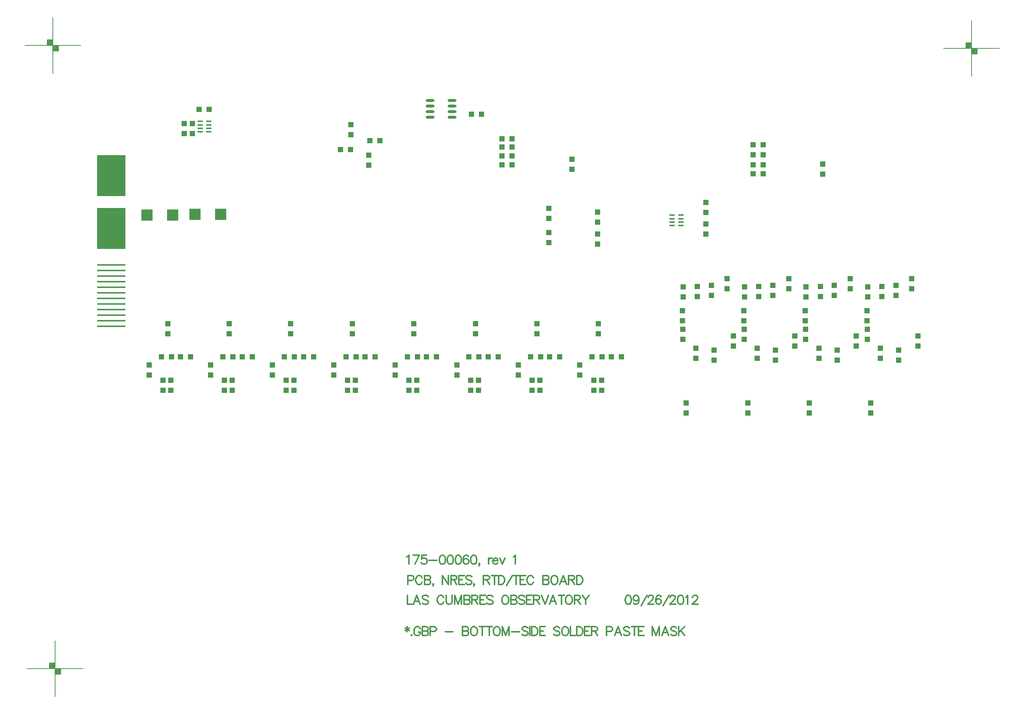
<source format=gbp>
%FSLAX23Y23*%
%MOIN*%
G70*
G01*
G75*
G04 Layer_Color=128*
%ADD10O,0.012X0.071*%
%ADD11O,0.071X0.012*%
%ADD12R,0.012X0.065*%
%ADD13R,0.217X0.120*%
%ADD14R,0.065X0.012*%
%ADD15O,0.098X0.028*%
%ADD16R,0.280X0.100*%
%ADD17R,0.036X0.036*%
%ADD18O,0.014X0.067*%
%ADD19R,0.264X0.383*%
%ADD20R,0.264X0.030*%
%ADD21R,0.039X0.059*%
%ADD22R,0.126X0.071*%
%ADD23R,0.100X0.100*%
%ADD24R,0.050X0.050*%
%ADD25R,0.050X0.050*%
%ADD26C,0.050*%
%ADD27C,0.010*%
%ADD28C,0.025*%
%ADD29C,0.012*%
%ADD30C,0.008*%
%ADD31C,0.012*%
%ADD32C,0.012*%
%ADD33C,0.060*%
%ADD34R,0.060X0.060*%
%ADD35C,0.024*%
%ADD36C,0.070*%
%ADD37C,0.115*%
%ADD38R,0.115X0.115*%
%ADD39C,0.080*%
%ADD40C,0.079*%
%ADD41R,0.079X0.079*%
%ADD42C,0.059*%
%ADD43R,0.059X0.059*%
%ADD44C,0.050*%
%ADD45C,0.020*%
%ADD46C,0.040*%
%ADD47C,0.100*%
G04:AMPARAMS|DCode=48|XSize=90mil|YSize=90mil|CornerRadius=0mil|HoleSize=0mil|Usage=FLASHONLY|Rotation=0.000|XOffset=0mil|YOffset=0mil|HoleType=Round|Shape=Relief|Width=10mil|Gap=10mil|Entries=4|*
%AMTHD48*
7,0,0,0.090,0.070,0.010,45*
%
%ADD48THD48*%
G04:AMPARAMS|DCode=49|XSize=100mil|YSize=100mil|CornerRadius=0mil|HoleSize=0mil|Usage=FLASHONLY|Rotation=0.000|XOffset=0mil|YOffset=0mil|HoleType=Round|Shape=Relief|Width=10mil|Gap=10mil|Entries=4|*
%AMTHD49*
7,0,0,0.100,0.080,0.010,45*
%
%ADD49THD49*%
G04:AMPARAMS|DCode=50|XSize=138mil|YSize=138mil|CornerRadius=0mil|HoleSize=0mil|Usage=FLASHONLY|Rotation=0.000|XOffset=0mil|YOffset=0mil|HoleType=Round|Shape=Relief|Width=10mil|Gap=10mil|Entries=4|*
%AMTHD50*
7,0,0,0.138,0.118,0.010,45*
%
%ADD50THD50*%
%ADD51C,0.118*%
G04:AMPARAMS|DCode=52|XSize=112mil|YSize=112mil|CornerRadius=0mil|HoleSize=0mil|Usage=FLASHONLY|Rotation=0.000|XOffset=0mil|YOffset=0mil|HoleType=Round|Shape=Relief|Width=10mil|Gap=10mil|Entries=4|*
%AMTHD52*
7,0,0,0.112,0.092,0.010,45*
%
%ADD52THD52*%
%ADD53C,0.079*%
%ADD54C,0.075*%
%ADD55C,0.087*%
G04:AMPARAMS|DCode=56|XSize=107.244mil|YSize=107.244mil|CornerRadius=0mil|HoleSize=0mil|Usage=FLASHONLY|Rotation=0.000|XOffset=0mil|YOffset=0mil|HoleType=Round|Shape=Relief|Width=10mil|Gap=10mil|Entries=4|*
%AMTHD56*
7,0,0,0.107,0.087,0.010,45*
%
%ADD56THD56*%
%ADD57C,0.092*%
G04:AMPARAMS|DCode=58|XSize=88mil|YSize=88mil|CornerRadius=0mil|HoleSize=0mil|Usage=FLASHONLY|Rotation=0.000|XOffset=0mil|YOffset=0mil|HoleType=Round|Shape=Relief|Width=10mil|Gap=10mil|Entries=4|*
%AMTHD58*
7,0,0,0.088,0.068,0.010,45*
%
%ADD58THD58*%
G04:AMPARAMS|DCode=59|XSize=70mil|YSize=70mil|CornerRadius=0mil|HoleSize=0mil|Usage=FLASHONLY|Rotation=0.000|XOffset=0mil|YOffset=0mil|HoleType=Round|Shape=Relief|Width=10mil|Gap=10mil|Entries=4|*
%AMTHD59*
7,0,0,0.070,0.050,0.010,45*
%
%ADD59THD59*%
%ADD60C,0.068*%
%ADD61C,0.020*%
%ADD62C,0.054*%
G04:AMPARAMS|DCode=63|XSize=95.433mil|YSize=95.433mil|CornerRadius=0mil|HoleSize=0mil|Usage=FLASHONLY|Rotation=0.000|XOffset=0mil|YOffset=0mil|HoleType=Round|Shape=Relief|Width=10mil|Gap=10mil|Entries=4|*
%AMTHD63*
7,0,0,0.095,0.075,0.010,45*
%
%ADD63THD63*%
%ADD64O,0.079X0.024*%
%ADD65R,0.045X0.017*%
%ADD66C,0.006*%
%ADD67C,0.010*%
%ADD68C,0.024*%
%ADD69C,0.008*%
%ADD70C,0.010*%
%ADD71C,0.005*%
%ADD72C,0.007*%
%ADD73C,0.007*%
%ADD74C,0.020*%
%ADD75R,0.222X0.128*%
%ADD76R,0.252X0.371*%
%ADD77R,0.252X0.018*%
%ADD78O,0.020X0.079*%
%ADD79O,0.079X0.020*%
%ADD80R,0.020X0.073*%
%ADD81R,0.225X0.128*%
%ADD82R,0.073X0.020*%
%ADD83O,0.106X0.036*%
%ADD84R,0.288X0.108*%
%ADD85R,0.044X0.044*%
%ADD86O,0.022X0.075*%
%ADD87R,0.257X0.376*%
%ADD88R,0.257X0.023*%
%ADD89R,0.047X0.067*%
%ADD90R,0.134X0.079*%
%ADD91R,0.108X0.108*%
%ADD92R,0.058X0.058*%
%ADD93R,0.058X0.058*%
%ADD94R,0.068X0.068*%
%ADD95C,0.032*%
%ADD96C,0.078*%
%ADD97C,0.123*%
%ADD98R,0.123X0.123*%
%ADD99C,0.088*%
%ADD100C,0.072*%
%ADD101R,0.072X0.072*%
%ADD102C,0.067*%
%ADD103R,0.067X0.067*%
%ADD104R,0.087X0.087*%
%ADD105C,0.087*%
%ADD106C,0.058*%
%ADD107C,0.028*%
%ADD108R,1.344X0.312*%
%ADD109O,0.087X0.032*%
%ADD110R,0.053X0.025*%
D23*
X11457Y12447D02*
D03*
X11227D02*
D03*
X11656Y12452D02*
D03*
X11886D02*
D03*
D24*
X17675Y11500D02*
D03*
Y11590D02*
D03*
X13053Y13255D02*
D03*
Y13165D02*
D03*
X11634Y13266D02*
D03*
Y13176D02*
D03*
X11558Y13267D02*
D03*
Y13177D02*
D03*
X13213Y12891D02*
D03*
Y12981D02*
D03*
X16232Y12366D02*
D03*
Y12276D02*
D03*
X16232Y12468D02*
D03*
Y12558D02*
D03*
X15263Y12473D02*
D03*
Y12383D02*
D03*
X11412Y11474D02*
D03*
Y11384D02*
D03*
X11963Y11474D02*
D03*
Y11384D02*
D03*
X12514Y11474D02*
D03*
Y11384D02*
D03*
X13065Y11474D02*
D03*
Y11384D02*
D03*
X13616Y11474D02*
D03*
Y11384D02*
D03*
X14168Y11474D02*
D03*
Y11384D02*
D03*
X14719Y11474D02*
D03*
Y11384D02*
D03*
X15270Y11474D02*
D03*
Y11384D02*
D03*
X16424Y11876D02*
D03*
Y11786D02*
D03*
X16975Y11876D02*
D03*
Y11786D02*
D03*
X17526Y11876D02*
D03*
Y11786D02*
D03*
X18077Y11876D02*
D03*
Y11786D02*
D03*
X16282Y11815D02*
D03*
Y11725D02*
D03*
X16833Y11815D02*
D03*
Y11725D02*
D03*
X17384Y11815D02*
D03*
Y11725D02*
D03*
X17935Y11815D02*
D03*
Y11725D02*
D03*
X16143Y11164D02*
D03*
Y11254D02*
D03*
X16694Y11164D02*
D03*
Y11254D02*
D03*
X17245Y11164D02*
D03*
Y11254D02*
D03*
X17796Y11164D02*
D03*
Y11254D02*
D03*
X16306Y11147D02*
D03*
Y11237D02*
D03*
X16857Y11147D02*
D03*
Y11237D02*
D03*
X17408Y11147D02*
D03*
Y11237D02*
D03*
X17959Y11147D02*
D03*
Y11237D02*
D03*
X16479Y11364D02*
D03*
Y11274D02*
D03*
X17030Y11364D02*
D03*
Y11274D02*
D03*
X17581Y11364D02*
D03*
Y11274D02*
D03*
X18132Y11364D02*
D03*
Y11274D02*
D03*
X16029Y11803D02*
D03*
Y11713D02*
D03*
X16580Y11803D02*
D03*
Y11713D02*
D03*
X17131Y11803D02*
D03*
Y11713D02*
D03*
X17682Y11803D02*
D03*
Y11713D02*
D03*
X16057Y10763D02*
D03*
Y10673D02*
D03*
X16608Y10763D02*
D03*
Y10673D02*
D03*
X17159Y10763D02*
D03*
Y10673D02*
D03*
X17710Y10763D02*
D03*
Y10673D02*
D03*
X16156Y11807D02*
D03*
Y11717D02*
D03*
X16707Y11807D02*
D03*
Y11717D02*
D03*
X17258Y11807D02*
D03*
Y11717D02*
D03*
X17809Y11807D02*
D03*
Y11717D02*
D03*
X14827Y12416D02*
D03*
Y12506D02*
D03*
X14827Y12289D02*
D03*
Y12199D02*
D03*
X15264Y12277D02*
D03*
Y12187D02*
D03*
X15032Y12946D02*
D03*
Y12856D02*
D03*
X17281Y12904D02*
D03*
Y12814D02*
D03*
X11246Y11011D02*
D03*
Y11101D02*
D03*
X11797Y11011D02*
D03*
Y11101D02*
D03*
X12348Y11011D02*
D03*
Y11101D02*
D03*
X12899Y11011D02*
D03*
Y11101D02*
D03*
X13450Y11011D02*
D03*
Y11101D02*
D03*
X14002Y11011D02*
D03*
Y11101D02*
D03*
X14553Y11011D02*
D03*
Y11101D02*
D03*
X15104Y11011D02*
D03*
Y11101D02*
D03*
X11370Y10875D02*
D03*
Y10965D02*
D03*
X11921Y10875D02*
D03*
Y10965D02*
D03*
X12472Y10875D02*
D03*
Y10965D02*
D03*
X13023Y10875D02*
D03*
Y10965D02*
D03*
X13574Y10875D02*
D03*
Y10965D02*
D03*
X14126Y10875D02*
D03*
Y10965D02*
D03*
X14677Y10875D02*
D03*
Y10965D02*
D03*
X15228Y10875D02*
D03*
Y10965D02*
D03*
X11440Y10875D02*
D03*
Y10965D02*
D03*
X11991Y10875D02*
D03*
Y10965D02*
D03*
X12542Y10875D02*
D03*
Y10965D02*
D03*
X13093Y10875D02*
D03*
Y10965D02*
D03*
X13644Y10875D02*
D03*
Y10965D02*
D03*
X14196Y10875D02*
D03*
Y10965D02*
D03*
X14747Y10875D02*
D03*
Y10965D02*
D03*
X15298Y10875D02*
D03*
Y10965D02*
D03*
X16025Y11422D02*
D03*
Y11332D02*
D03*
X16576Y11422D02*
D03*
Y11332D02*
D03*
X17127Y11422D02*
D03*
Y11332D02*
D03*
X17678Y11422D02*
D03*
Y11332D02*
D03*
X16022Y11500D02*
D03*
Y11590D02*
D03*
X16573Y11500D02*
D03*
Y11590D02*
D03*
X17124Y11500D02*
D03*
Y11590D02*
D03*
D25*
X12959Y13034D02*
D03*
X13049D02*
D03*
X13313Y13111D02*
D03*
X13223D02*
D03*
X14134Y13349D02*
D03*
X14224D02*
D03*
X14497Y13129D02*
D03*
X14407D02*
D03*
X14497Y12896D02*
D03*
X14407D02*
D03*
X14497Y12976D02*
D03*
X14407D02*
D03*
X14497Y13056D02*
D03*
X14407D02*
D03*
X16747Y12816D02*
D03*
X16657D02*
D03*
X16747Y12896D02*
D03*
X16657D02*
D03*
X16747Y12986D02*
D03*
X16657D02*
D03*
X16747Y13076D02*
D03*
X16657D02*
D03*
X11617Y11176D02*
D03*
X11527D02*
D03*
X12168D02*
D03*
X12078D02*
D03*
X12719D02*
D03*
X12629D02*
D03*
X13270D02*
D03*
X13180D02*
D03*
X13821D02*
D03*
X13731D02*
D03*
X14373D02*
D03*
X14283D02*
D03*
X14924D02*
D03*
X14834D02*
D03*
X15475D02*
D03*
X15385D02*
D03*
X11445Y11175D02*
D03*
X11355D02*
D03*
X11996D02*
D03*
X11906D02*
D03*
X12547D02*
D03*
X12457D02*
D03*
X13098D02*
D03*
X13008D02*
D03*
X13649D02*
D03*
X13559D02*
D03*
X14201D02*
D03*
X14111D02*
D03*
X14752D02*
D03*
X14662D02*
D03*
X15303D02*
D03*
X15213D02*
D03*
X11693Y13394D02*
D03*
X11783D02*
D03*
D30*
X10153Y8382D02*
X10653D01*
X10403Y8132D02*
Y8632D01*
X10453Y8332D02*
Y8382D01*
X10403Y8332D02*
X10453D01*
X10353Y8382D02*
Y8432D01*
X10403D01*
X10358Y8387D02*
X10398D01*
X10358D02*
Y8427D01*
X10398D01*
Y8387D02*
Y8427D01*
X10363Y8392D02*
X10393D01*
X10363D02*
Y8422D01*
X10393D01*
Y8397D02*
Y8422D01*
X10368Y8397D02*
X10388D01*
X10368D02*
Y8417D01*
X10388D01*
Y8402D02*
Y8417D01*
X10373Y8402D02*
X10383D01*
X10373D02*
Y8412D01*
X10383D01*
Y8402D02*
Y8412D01*
X10373Y8407D02*
X10383D01*
X10408Y8337D02*
X10448D01*
X10408D02*
Y8377D01*
X10448D01*
Y8337D02*
Y8377D01*
X10413Y8342D02*
X10443D01*
X10413D02*
Y8372D01*
X10443D01*
Y8347D02*
Y8372D01*
X10418Y8347D02*
X10438D01*
X10418D02*
Y8367D01*
X10438D01*
Y8352D02*
Y8367D01*
X10423Y8352D02*
X10433D01*
X10423D02*
Y8362D01*
X10433D01*
Y8352D02*
Y8362D01*
X10423Y8357D02*
X10433D01*
X10132Y13966D02*
X10632D01*
X10382Y13716D02*
Y14216D01*
X10432Y13916D02*
Y13966D01*
X10382Y13916D02*
X10432D01*
X10332Y13966D02*
Y14016D01*
X10382D01*
X10337Y13971D02*
X10377D01*
X10337D02*
Y14011D01*
X10377D01*
Y13971D02*
Y14011D01*
X10342Y13976D02*
X10372D01*
X10342D02*
Y14006D01*
X10372D01*
Y13981D02*
Y14006D01*
X10347Y13981D02*
X10367D01*
X10347D02*
Y14001D01*
X10367D01*
Y13986D02*
Y14001D01*
X10352Y13986D02*
X10362D01*
X10352D02*
Y13996D01*
X10362D01*
Y13986D02*
Y13996D01*
X10352Y13991D02*
X10362D01*
X10387Y13921D02*
X10427D01*
X10387D02*
Y13961D01*
X10427D01*
Y13921D02*
Y13961D01*
X10392Y13926D02*
X10422D01*
X10392D02*
Y13956D01*
X10422D01*
Y13931D02*
Y13956D01*
X10397Y13931D02*
X10417D01*
X10397D02*
Y13951D01*
X10417D01*
Y13936D02*
Y13951D01*
X10402Y13936D02*
X10412D01*
X10402D02*
Y13946D01*
X10412D01*
Y13936D02*
Y13946D01*
X10402Y13941D02*
X10412D01*
X18362Y13938D02*
X18862D01*
X18612Y13688D02*
Y14188D01*
X18662Y13888D02*
Y13938D01*
X18612Y13888D02*
X18662D01*
X18562Y13938D02*
Y13988D01*
X18612D01*
X18567Y13943D02*
X18607D01*
X18567D02*
Y13983D01*
X18607D01*
Y13943D02*
Y13983D01*
X18572Y13948D02*
X18602D01*
X18572D02*
Y13978D01*
X18602D01*
Y13953D02*
Y13978D01*
X18577Y13953D02*
X18597D01*
X18577D02*
Y13973D01*
X18597D01*
Y13958D02*
Y13973D01*
X18582Y13958D02*
X18592D01*
X18582D02*
Y13968D01*
X18592D01*
Y13958D02*
Y13968D01*
X18582Y13963D02*
X18592D01*
X18617Y13893D02*
X18657D01*
X18617D02*
Y13933D01*
X18657D01*
Y13893D02*
Y13933D01*
X18622Y13898D02*
X18652D01*
X18622D02*
Y13928D01*
X18652D01*
Y13903D02*
Y13928D01*
X18627Y13903D02*
X18647D01*
X18627D02*
Y13923D01*
X18647D01*
Y13908D02*
Y13923D01*
X18632Y13908D02*
X18642D01*
X18632D02*
Y13918D01*
X18642D01*
Y13908D02*
Y13918D01*
X18632Y13913D02*
X18642D01*
D31*
X13557Y8758D02*
Y8712D01*
X13538Y8747D02*
X13576Y8724D01*
Y8747D02*
X13538Y8724D01*
X13596Y8686D02*
X13592Y8682D01*
X13596Y8678D01*
X13600Y8682D01*
X13596Y8686D01*
X13675Y8739D02*
X13671Y8747D01*
X13663Y8754D01*
X13656Y8758D01*
X13640D01*
X13633Y8754D01*
X13625Y8747D01*
X13621Y8739D01*
X13618Y8728D01*
Y8708D01*
X13621Y8697D01*
X13625Y8689D01*
X13633Y8682D01*
X13640Y8678D01*
X13656D01*
X13663Y8682D01*
X13671Y8689D01*
X13675Y8697D01*
Y8708D01*
X13656D02*
X13675D01*
X13693Y8758D02*
Y8678D01*
Y8758D02*
X13727D01*
X13739Y8754D01*
X13743Y8750D01*
X13746Y8743D01*
Y8735D01*
X13743Y8728D01*
X13739Y8724D01*
X13727Y8720D01*
X13693D02*
X13727D01*
X13739Y8716D01*
X13743Y8712D01*
X13746Y8705D01*
Y8693D01*
X13743Y8686D01*
X13739Y8682D01*
X13727Y8678D01*
X13693D01*
X13764Y8716D02*
X13799D01*
X13810Y8720D01*
X13814Y8724D01*
X13818Y8731D01*
Y8743D01*
X13814Y8750D01*
X13810Y8754D01*
X13799Y8758D01*
X13764D01*
Y8678D01*
X13898Y8712D02*
X13967D01*
X14053Y8758D02*
Y8678D01*
Y8758D02*
X14088D01*
X14099Y8754D01*
X14103Y8750D01*
X14107Y8743D01*
Y8735D01*
X14103Y8728D01*
X14099Y8724D01*
X14088Y8720D01*
X14053D02*
X14088D01*
X14099Y8716D01*
X14103Y8712D01*
X14107Y8705D01*
Y8693D01*
X14103Y8686D01*
X14099Y8682D01*
X14088Y8678D01*
X14053D01*
X14147Y8758D02*
X14140Y8754D01*
X14132Y8747D01*
X14128Y8739D01*
X14125Y8728D01*
Y8708D01*
X14128Y8697D01*
X14132Y8689D01*
X14140Y8682D01*
X14147Y8678D01*
X14163D01*
X14170Y8682D01*
X14178Y8689D01*
X14182Y8697D01*
X14185Y8708D01*
Y8728D01*
X14182Y8739D01*
X14178Y8747D01*
X14170Y8754D01*
X14163Y8758D01*
X14147D01*
X14231D02*
Y8678D01*
X14204Y8758D02*
X14257D01*
X14294D02*
Y8678D01*
X14267Y8758D02*
X14320D01*
X14353D02*
X14345Y8754D01*
X14337Y8747D01*
X14334Y8739D01*
X14330Y8728D01*
Y8708D01*
X14334Y8697D01*
X14337Y8689D01*
X14345Y8682D01*
X14353Y8678D01*
X14368D01*
X14376Y8682D01*
X14383Y8689D01*
X14387Y8697D01*
X14391Y8708D01*
Y8728D01*
X14387Y8739D01*
X14383Y8747D01*
X14376Y8754D01*
X14368Y8758D01*
X14353D01*
X14409D02*
Y8678D01*
Y8758D02*
X14440Y8678D01*
X14470Y8758D02*
X14440Y8678D01*
X14470Y8758D02*
Y8678D01*
X14493Y8712D02*
X14562D01*
X14639Y8747D02*
X14631Y8754D01*
X14620Y8758D01*
X14604D01*
X14593Y8754D01*
X14585Y8747D01*
Y8739D01*
X14589Y8731D01*
X14593Y8728D01*
X14601Y8724D01*
X14623Y8716D01*
X14631Y8712D01*
X14635Y8708D01*
X14639Y8701D01*
Y8689D01*
X14631Y8682D01*
X14620Y8678D01*
X14604D01*
X14593Y8682D01*
X14585Y8689D01*
X14657Y8758D02*
Y8678D01*
X14673Y8758D02*
Y8678D01*
Y8758D02*
X14700D01*
X14711Y8754D01*
X14719Y8747D01*
X14723Y8739D01*
X14727Y8728D01*
Y8708D01*
X14723Y8697D01*
X14719Y8689D01*
X14711Y8682D01*
X14700Y8678D01*
X14673D01*
X14794Y8758D02*
X14745D01*
Y8678D01*
X14794D01*
X14745Y8720D02*
X14775D01*
X14924Y8747D02*
X14916Y8754D01*
X14905Y8758D01*
X14889D01*
X14878Y8754D01*
X14870Y8747D01*
Y8739D01*
X14874Y8731D01*
X14878Y8728D01*
X14886Y8724D01*
X14908Y8716D01*
X14916Y8712D01*
X14920Y8708D01*
X14924Y8701D01*
Y8689D01*
X14916Y8682D01*
X14905Y8678D01*
X14889D01*
X14878Y8682D01*
X14870Y8689D01*
X14964Y8758D02*
X14957Y8754D01*
X14949Y8747D01*
X14945Y8739D01*
X14942Y8728D01*
Y8708D01*
X14945Y8697D01*
X14949Y8689D01*
X14957Y8682D01*
X14964Y8678D01*
X14980D01*
X14987Y8682D01*
X14995Y8689D01*
X14999Y8697D01*
X15002Y8708D01*
Y8728D01*
X14999Y8739D01*
X14995Y8747D01*
X14987Y8754D01*
X14980Y8758D01*
X14964D01*
X15021D02*
Y8678D01*
X15067D01*
X15076Y8758D02*
Y8678D01*
Y8758D02*
X15102D01*
X15114Y8754D01*
X15121Y8747D01*
X15125Y8739D01*
X15129Y8728D01*
Y8708D01*
X15125Y8697D01*
X15121Y8689D01*
X15114Y8682D01*
X15102Y8678D01*
X15076D01*
X15196Y8758D02*
X15147D01*
Y8678D01*
X15196D01*
X15147Y8720D02*
X15177D01*
X15210Y8758D02*
Y8678D01*
Y8758D02*
X15244D01*
X15255Y8754D01*
X15259Y8750D01*
X15263Y8743D01*
Y8735D01*
X15259Y8728D01*
X15255Y8724D01*
X15244Y8720D01*
X15210D01*
X15236D02*
X15263Y8678D01*
X15344Y8716D02*
X15378D01*
X15389Y8720D01*
X15393Y8724D01*
X15397Y8731D01*
Y8743D01*
X15393Y8750D01*
X15389Y8754D01*
X15378Y8758D01*
X15344D01*
Y8678D01*
X15476D02*
X15445Y8758D01*
X15415Y8678D01*
X15426Y8705D02*
X15464D01*
X15548Y8747D02*
X15540Y8754D01*
X15529Y8758D01*
X15514D01*
X15502Y8754D01*
X15495Y8747D01*
Y8739D01*
X15498Y8731D01*
X15502Y8728D01*
X15510Y8724D01*
X15533Y8716D01*
X15540Y8712D01*
X15544Y8708D01*
X15548Y8701D01*
Y8689D01*
X15540Y8682D01*
X15529Y8678D01*
X15514D01*
X15502Y8682D01*
X15495Y8689D01*
X15592Y8758D02*
Y8678D01*
X15566Y8758D02*
X15619D01*
X15678D02*
X15629D01*
Y8678D01*
X15678D01*
X15629Y8720D02*
X15659D01*
X15754Y8758D02*
Y8678D01*
Y8758D02*
X15785Y8678D01*
X15815Y8758D02*
X15785Y8678D01*
X15815Y8758D02*
Y8678D01*
X15899D02*
X15869Y8758D01*
X15838Y8678D01*
X15849Y8705D02*
X15888D01*
X15971Y8747D02*
X15963Y8754D01*
X15952Y8758D01*
X15937D01*
X15925Y8754D01*
X15918Y8747D01*
Y8739D01*
X15921Y8731D01*
X15925Y8728D01*
X15933Y8724D01*
X15956Y8716D01*
X15963Y8712D01*
X15967Y8708D01*
X15971Y8701D01*
Y8689D01*
X15963Y8682D01*
X15952Y8678D01*
X15937D01*
X15925Y8682D01*
X15918Y8689D01*
X15989Y8758D02*
Y8678D01*
X16042Y8758D02*
X15989Y8705D01*
X16008Y8724D02*
X16042Y8678D01*
X13563Y9174D02*
X13597D01*
X13608Y9178D01*
X13612Y9182D01*
X13616Y9190D01*
Y9201D01*
X13612Y9209D01*
X13608Y9212D01*
X13597Y9216D01*
X13563D01*
Y9136D01*
X13691Y9197D02*
X13687Y9205D01*
X13680Y9212D01*
X13672Y9216D01*
X13657D01*
X13649Y9212D01*
X13642Y9205D01*
X13638Y9197D01*
X13634Y9186D01*
Y9167D01*
X13638Y9155D01*
X13642Y9148D01*
X13649Y9140D01*
X13657Y9136D01*
X13672D01*
X13680Y9140D01*
X13687Y9148D01*
X13691Y9155D01*
X13714Y9216D02*
Y9136D01*
Y9216D02*
X13748D01*
X13759Y9212D01*
X13763Y9209D01*
X13767Y9201D01*
Y9193D01*
X13763Y9186D01*
X13759Y9182D01*
X13748Y9178D01*
X13714D02*
X13748D01*
X13759Y9174D01*
X13763Y9170D01*
X13767Y9163D01*
Y9151D01*
X13763Y9144D01*
X13759Y9140D01*
X13748Y9136D01*
X13714D01*
X13792Y9140D02*
X13789Y9136D01*
X13785Y9140D01*
X13789Y9144D01*
X13792Y9140D01*
Y9132D01*
X13789Y9125D01*
X13785Y9121D01*
X13873Y9216D02*
Y9136D01*
Y9216D02*
X13926Y9136D01*
Y9216D02*
Y9136D01*
X13948Y9216D02*
Y9136D01*
Y9216D02*
X13982D01*
X13994Y9212D01*
X13998Y9209D01*
X14001Y9201D01*
Y9193D01*
X13998Y9186D01*
X13994Y9182D01*
X13982Y9178D01*
X13948D01*
X13975D02*
X14001Y9136D01*
X14069Y9216D02*
X14019D01*
Y9136D01*
X14069D01*
X14019Y9178D02*
X14050D01*
X14136Y9205D02*
X14128Y9212D01*
X14117Y9216D01*
X14101D01*
X14090Y9212D01*
X14082Y9205D01*
Y9197D01*
X14086Y9190D01*
X14090Y9186D01*
X14097Y9182D01*
X14120Y9174D01*
X14128Y9170D01*
X14132Y9167D01*
X14136Y9159D01*
Y9148D01*
X14128Y9140D01*
X14117Y9136D01*
X14101D01*
X14090Y9140D01*
X14082Y9148D01*
X14161Y9140D02*
X14157Y9136D01*
X14153Y9140D01*
X14157Y9144D01*
X14161Y9140D01*
Y9132D01*
X14157Y9125D01*
X14153Y9121D01*
X14241Y9216D02*
Y9136D01*
Y9216D02*
X14276D01*
X14287Y9212D01*
X14291Y9209D01*
X14295Y9201D01*
Y9193D01*
X14291Y9186D01*
X14287Y9182D01*
X14276Y9178D01*
X14241D01*
X14268D02*
X14295Y9136D01*
X14339Y9216D02*
Y9136D01*
X14313Y9216D02*
X14366D01*
X14376D02*
Y9136D01*
Y9216D02*
X14402D01*
X14414Y9212D01*
X14421Y9205D01*
X14425Y9197D01*
X14429Y9186D01*
Y9167D01*
X14425Y9155D01*
X14421Y9148D01*
X14414Y9140D01*
X14402Y9136D01*
X14376D01*
X14447Y9125D02*
X14500Y9216D01*
X14532D02*
Y9136D01*
X14505Y9216D02*
X14559D01*
X14618D02*
X14568D01*
Y9136D01*
X14618D01*
X14568Y9178D02*
X14599D01*
X14688Y9197D02*
X14684Y9205D01*
X14677Y9212D01*
X14669Y9216D01*
X14654D01*
X14646Y9212D01*
X14639Y9205D01*
X14635Y9197D01*
X14631Y9186D01*
Y9167D01*
X14635Y9155D01*
X14639Y9148D01*
X14646Y9140D01*
X14654Y9136D01*
X14669D01*
X14677Y9140D01*
X14684Y9148D01*
X14688Y9155D01*
X14774Y9216D02*
Y9136D01*
Y9216D02*
X14808D01*
X14819Y9212D01*
X14823Y9209D01*
X14827Y9201D01*
Y9193D01*
X14823Y9186D01*
X14819Y9182D01*
X14808Y9178D01*
X14774D02*
X14808D01*
X14819Y9174D01*
X14823Y9170D01*
X14827Y9163D01*
Y9151D01*
X14823Y9144D01*
X14819Y9140D01*
X14808Y9136D01*
X14774D01*
X14868Y9216D02*
X14860Y9212D01*
X14852Y9205D01*
X14849Y9197D01*
X14845Y9186D01*
Y9167D01*
X14849Y9155D01*
X14852Y9148D01*
X14860Y9140D01*
X14868Y9136D01*
X14883D01*
X14890Y9140D01*
X14898Y9148D01*
X14902Y9155D01*
X14906Y9167D01*
Y9186D01*
X14902Y9197D01*
X14898Y9205D01*
X14890Y9212D01*
X14883Y9216D01*
X14868D01*
X14985Y9136D02*
X14955Y9216D01*
X14924Y9136D01*
X14936Y9163D02*
X14974D01*
X15004Y9216D02*
Y9136D01*
Y9216D02*
X15038D01*
X15050Y9212D01*
X15053Y9209D01*
X15057Y9201D01*
Y9193D01*
X15053Y9186D01*
X15050Y9182D01*
X15038Y9178D01*
X15004D01*
X15031D02*
X15057Y9136D01*
X15075Y9216D02*
Y9136D01*
Y9216D02*
X15102D01*
X15113Y9212D01*
X15121Y9205D01*
X15125Y9197D01*
X15128Y9186D01*
Y9167D01*
X15125Y9155D01*
X15121Y9148D01*
X15113Y9140D01*
X15102Y9136D01*
X15075D01*
X13553Y9383D02*
X13560Y9387D01*
X13572Y9398D01*
Y9318D01*
X13665Y9398D02*
X13627Y9318D01*
X13611Y9398D02*
X13665D01*
X13728D02*
X13690D01*
X13686Y9364D01*
X13690Y9368D01*
X13702Y9372D01*
X13713D01*
X13725Y9368D01*
X13732Y9360D01*
X13736Y9349D01*
Y9341D01*
X13732Y9330D01*
X13725Y9322D01*
X13713Y9318D01*
X13702D01*
X13690Y9322D01*
X13686Y9326D01*
X13683Y9333D01*
X13754Y9352D02*
X13822D01*
X13869Y9398D02*
X13857Y9394D01*
X13850Y9383D01*
X13846Y9364D01*
Y9352D01*
X13850Y9333D01*
X13857Y9322D01*
X13869Y9318D01*
X13876D01*
X13888Y9322D01*
X13896Y9333D01*
X13899Y9352D01*
Y9364D01*
X13896Y9383D01*
X13888Y9394D01*
X13876Y9398D01*
X13869D01*
X13940D02*
X13929Y9394D01*
X13921Y9383D01*
X13917Y9364D01*
Y9352D01*
X13921Y9333D01*
X13929Y9322D01*
X13940Y9318D01*
X13948D01*
X13959Y9322D01*
X13967Y9333D01*
X13971Y9352D01*
Y9364D01*
X13967Y9383D01*
X13959Y9394D01*
X13948Y9398D01*
X13940D01*
X14011D02*
X14000Y9394D01*
X13992Y9383D01*
X13988Y9364D01*
Y9352D01*
X13992Y9333D01*
X14000Y9322D01*
X14011Y9318D01*
X14019D01*
X14030Y9322D01*
X14038Y9333D01*
X14042Y9352D01*
Y9364D01*
X14038Y9383D01*
X14030Y9394D01*
X14019Y9398D01*
X14011D01*
X14105Y9387D02*
X14102Y9394D01*
X14090Y9398D01*
X14083D01*
X14071Y9394D01*
X14063Y9383D01*
X14060Y9364D01*
Y9345D01*
X14063Y9330D01*
X14071Y9322D01*
X14083Y9318D01*
X14086D01*
X14098Y9322D01*
X14105Y9330D01*
X14109Y9341D01*
Y9345D01*
X14105Y9356D01*
X14098Y9364D01*
X14086Y9368D01*
X14083D01*
X14071Y9364D01*
X14063Y9356D01*
X14060Y9345D01*
X14150Y9398D02*
X14138Y9394D01*
X14131Y9383D01*
X14127Y9364D01*
Y9352D01*
X14131Y9333D01*
X14138Y9322D01*
X14150Y9318D01*
X14157D01*
X14169Y9322D01*
X14176Y9333D01*
X14180Y9352D01*
Y9364D01*
X14176Y9383D01*
X14169Y9394D01*
X14157Y9398D01*
X14150D01*
X14206Y9322D02*
X14202Y9318D01*
X14198Y9322D01*
X14202Y9326D01*
X14206Y9322D01*
Y9314D01*
X14202Y9307D01*
X14198Y9303D01*
X14286Y9372D02*
Y9318D01*
Y9349D02*
X14290Y9360D01*
X14297Y9368D01*
X14305Y9372D01*
X14316D01*
X14324Y9349D02*
X14369D01*
Y9356D01*
X14366Y9364D01*
X14362Y9368D01*
X14354Y9372D01*
X14343D01*
X14335Y9368D01*
X14327Y9360D01*
X14324Y9349D01*
Y9341D01*
X14327Y9330D01*
X14335Y9322D01*
X14343Y9318D01*
X14354D01*
X14362Y9322D01*
X14369Y9330D01*
X14386Y9372D02*
X14409Y9318D01*
X14432Y9372D02*
X14409Y9318D01*
X14508Y9383D02*
X14516Y9387D01*
X14527Y9398D01*
Y9318D01*
D32*
X13559Y9039D02*
Y8959D01*
X13605D01*
X13674D02*
X13644Y9039D01*
X13613Y8959D01*
X13625Y8985D02*
X13663D01*
X13746Y9027D02*
X13739Y9035D01*
X13727Y9039D01*
X13712D01*
X13701Y9035D01*
X13693Y9027D01*
Y9020D01*
X13697Y9012D01*
X13701Y9008D01*
X13708Y9004D01*
X13731Y8997D01*
X13739Y8993D01*
X13743Y8989D01*
X13746Y8981D01*
Y8970D01*
X13739Y8962D01*
X13727Y8959D01*
X13712D01*
X13701Y8962D01*
X13693Y8970D01*
X13884Y9020D02*
X13880Y9027D01*
X13873Y9035D01*
X13865Y9039D01*
X13850D01*
X13842Y9035D01*
X13835Y9027D01*
X13831Y9020D01*
X13827Y9008D01*
Y8989D01*
X13831Y8978D01*
X13835Y8970D01*
X13842Y8962D01*
X13850Y8959D01*
X13865D01*
X13873Y8962D01*
X13880Y8970D01*
X13884Y8978D01*
X13907Y9039D02*
Y8981D01*
X13911Y8970D01*
X13918Y8962D01*
X13930Y8959D01*
X13937D01*
X13949Y8962D01*
X13956Y8970D01*
X13960Y8981D01*
Y9039D01*
X13982D02*
Y8959D01*
Y9039D02*
X14013Y8959D01*
X14043Y9039D02*
X14013Y8959D01*
X14043Y9039D02*
Y8959D01*
X14066Y9039D02*
Y8959D01*
Y9039D02*
X14100D01*
X14112Y9035D01*
X14115Y9031D01*
X14119Y9023D01*
Y9016D01*
X14115Y9008D01*
X14112Y9004D01*
X14100Y9000D01*
X14066D02*
X14100D01*
X14112Y8997D01*
X14115Y8993D01*
X14119Y8985D01*
Y8974D01*
X14115Y8966D01*
X14112Y8962D01*
X14100Y8959D01*
X14066D01*
X14137Y9039D02*
Y8959D01*
Y9039D02*
X14171D01*
X14183Y9035D01*
X14187Y9031D01*
X14191Y9023D01*
Y9016D01*
X14187Y9008D01*
X14183Y9004D01*
X14171Y9000D01*
X14137D01*
X14164D02*
X14191Y8959D01*
X14258Y9039D02*
X14208D01*
Y8959D01*
X14258D01*
X14208Y9000D02*
X14239D01*
X14325Y9027D02*
X14317Y9035D01*
X14306Y9039D01*
X14290D01*
X14279Y9035D01*
X14271Y9027D01*
Y9020D01*
X14275Y9012D01*
X14279Y9008D01*
X14286Y9004D01*
X14309Y8997D01*
X14317Y8993D01*
X14321Y8989D01*
X14325Y8981D01*
Y8970D01*
X14317Y8962D01*
X14306Y8959D01*
X14290D01*
X14279Y8962D01*
X14271Y8970D01*
X14428Y9039D02*
X14421Y9035D01*
X14413Y9027D01*
X14409Y9020D01*
X14405Y9008D01*
Y8989D01*
X14409Y8978D01*
X14413Y8970D01*
X14421Y8962D01*
X14428Y8959D01*
X14443D01*
X14451Y8962D01*
X14459Y8970D01*
X14462Y8978D01*
X14466Y8989D01*
Y9008D01*
X14462Y9020D01*
X14459Y9027D01*
X14451Y9035D01*
X14443Y9039D01*
X14428D01*
X14485D02*
Y8959D01*
Y9039D02*
X14519D01*
X14531Y9035D01*
X14534Y9031D01*
X14538Y9023D01*
Y9016D01*
X14534Y9008D01*
X14531Y9004D01*
X14519Y9000D01*
X14485D02*
X14519D01*
X14531Y8997D01*
X14534Y8993D01*
X14538Y8985D01*
Y8974D01*
X14534Y8966D01*
X14531Y8962D01*
X14519Y8959D01*
X14485D01*
X14609Y9027D02*
X14602Y9035D01*
X14590Y9039D01*
X14575D01*
X14564Y9035D01*
X14556Y9027D01*
Y9020D01*
X14560Y9012D01*
X14564Y9008D01*
X14571Y9004D01*
X14594Y8997D01*
X14602Y8993D01*
X14606Y8989D01*
X14609Y8981D01*
Y8970D01*
X14602Y8962D01*
X14590Y8959D01*
X14575D01*
X14564Y8962D01*
X14556Y8970D01*
X14677Y9039D02*
X14627D01*
Y8959D01*
X14677D01*
X14627Y9000D02*
X14658D01*
X14690Y9039D02*
Y8959D01*
Y9039D02*
X14724D01*
X14736Y9035D01*
X14740Y9031D01*
X14744Y9023D01*
Y9016D01*
X14740Y9008D01*
X14736Y9004D01*
X14724Y9000D01*
X14690D01*
X14717D02*
X14744Y8959D01*
X14761Y9039D02*
X14792Y8959D01*
X14822Y9039D02*
X14792Y8959D01*
X14894D02*
X14863Y9039D01*
X14833Y8959D01*
X14844Y8985D02*
X14882D01*
X14939Y9039D02*
Y8959D01*
X14912Y9039D02*
X14966D01*
X14998D02*
X14990Y9035D01*
X14983Y9027D01*
X14979Y9020D01*
X14975Y9008D01*
Y8989D01*
X14979Y8978D01*
X14983Y8970D01*
X14990Y8962D01*
X14998Y8959D01*
X15013D01*
X15021Y8962D01*
X15028Y8970D01*
X15032Y8978D01*
X15036Y8989D01*
Y9008D01*
X15032Y9020D01*
X15028Y9027D01*
X15021Y9035D01*
X15013Y9039D01*
X14998D01*
X15055D02*
Y8959D01*
Y9039D02*
X15089D01*
X15100Y9035D01*
X15104Y9031D01*
X15108Y9023D01*
Y9016D01*
X15104Y9008D01*
X15100Y9004D01*
X15089Y9000D01*
X15055D01*
X15081D02*
X15108Y8959D01*
X15126Y9039D02*
X15156Y9000D01*
Y8959D01*
X15187Y9039D02*
X15156Y9000D01*
X15534Y9039D02*
X15523Y9035D01*
X15515Y9023D01*
X15511Y9004D01*
Y8993D01*
X15515Y8974D01*
X15523Y8962D01*
X15534Y8959D01*
X15542D01*
X15553Y8962D01*
X15561Y8974D01*
X15565Y8993D01*
Y9004D01*
X15561Y9023D01*
X15553Y9035D01*
X15542Y9039D01*
X15534D01*
X15632Y9012D02*
X15628Y9000D01*
X15621Y8993D01*
X15609Y8989D01*
X15605D01*
X15594Y8993D01*
X15586Y9000D01*
X15583Y9012D01*
Y9016D01*
X15586Y9027D01*
X15594Y9035D01*
X15605Y9039D01*
X15609D01*
X15621Y9035D01*
X15628Y9027D01*
X15632Y9012D01*
Y8993D01*
X15628Y8974D01*
X15621Y8962D01*
X15609Y8959D01*
X15602D01*
X15590Y8962D01*
X15586Y8970D01*
X15654Y8947D02*
X15707Y9039D01*
X15716Y9020D02*
Y9023D01*
X15720Y9031D01*
X15724Y9035D01*
X15732Y9039D01*
X15747D01*
X15754Y9035D01*
X15758Y9031D01*
X15762Y9023D01*
Y9016D01*
X15758Y9008D01*
X15751Y8997D01*
X15712Y8959D01*
X15766D01*
X15829Y9027D02*
X15826Y9035D01*
X15814Y9039D01*
X15807D01*
X15795Y9035D01*
X15788Y9023D01*
X15784Y9004D01*
Y8985D01*
X15788Y8970D01*
X15795Y8962D01*
X15807Y8959D01*
X15810D01*
X15822Y8962D01*
X15829Y8970D01*
X15833Y8981D01*
Y8985D01*
X15829Y8997D01*
X15822Y9004D01*
X15810Y9008D01*
X15807D01*
X15795Y9004D01*
X15788Y8997D01*
X15784Y8985D01*
X15851Y8947D02*
X15904Y9039D01*
X15913Y9020D02*
Y9023D01*
X15917Y9031D01*
X15921Y9035D01*
X15928Y9039D01*
X15944D01*
X15951Y9035D01*
X15955Y9031D01*
X15959Y9023D01*
Y9016D01*
X15955Y9008D01*
X15947Y8997D01*
X15909Y8959D01*
X15963D01*
X16003Y9039D02*
X15992Y9035D01*
X15984Y9023D01*
X15981Y9004D01*
Y8993D01*
X15984Y8974D01*
X15992Y8962D01*
X16003Y8959D01*
X16011D01*
X16023Y8962D01*
X16030Y8974D01*
X16034Y8993D01*
Y9004D01*
X16030Y9023D01*
X16023Y9035D01*
X16011Y9039D01*
X16003D01*
X16052Y9023D02*
X16059Y9027D01*
X16071Y9039D01*
Y8959D01*
X16114Y9020D02*
Y9023D01*
X16118Y9031D01*
X16122Y9035D01*
X16130Y9039D01*
X16145D01*
X16152Y9035D01*
X16156Y9031D01*
X16160Y9023D01*
Y9016D01*
X16156Y9008D01*
X16149Y8997D01*
X16110Y8959D01*
X16164D01*
D64*
X13959Y13472D02*
D03*
Y13422D02*
D03*
Y13372D02*
D03*
Y13322D02*
D03*
X13762Y13472D02*
D03*
Y13422D02*
D03*
Y13372D02*
D03*
Y13322D02*
D03*
D65*
X11781Y13286D02*
D03*
Y13254D02*
D03*
Y13223D02*
D03*
Y13191D02*
D03*
X11704D02*
D03*
Y13223D02*
D03*
Y13254D02*
D03*
Y13286D02*
D03*
X16008Y12445D02*
D03*
Y12414D02*
D03*
Y12382D02*
D03*
Y12351D02*
D03*
X15931D02*
D03*
Y12382D02*
D03*
Y12414D02*
D03*
Y12445D02*
D03*
D76*
X10907Y12798D02*
D03*
Y12325D02*
D03*
D77*
Y12000D02*
D03*
Y11950D02*
D03*
Y11900D02*
D03*
Y11850D02*
D03*
Y11800D02*
D03*
Y11750D02*
D03*
Y11700D02*
D03*
Y11650D02*
D03*
Y11600D02*
D03*
Y11550D02*
D03*
Y11500D02*
D03*
Y11450D02*
D03*
M02*

</source>
